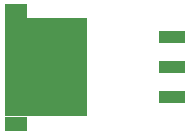
<source format=gbp>
%TF.GenerationSoftware,KiCad,Pcbnew,(5.1.5)-3*%
%TF.CreationDate,2021-01-12T11:59:14+01:00*%
%TF.ProjectId,smart_object_pcb,736d6172-745f-46f6-926a-6563745f7063,rev?*%
%TF.SameCoordinates,Original*%
%TF.FileFunction,Paste,Bot*%
%TF.FilePolarity,Positive*%
%FSLAX46Y46*%
G04 Gerber Fmt 4.6, Leading zero omitted, Abs format (unit mm)*
G04 Created by KiCad (PCBNEW (5.1.5)-3) date 2021-01-12 11:59:14*
%MOMM*%
%LPD*%
G04 APERTURE LIST*
%ADD10R,1.910000X1.235000*%
%ADD11R,7.000000X8.330000*%
%ADD12R,2.160000X1.070000*%
G04 APERTURE END LIST*
D10*
%TO.C,IC2*%
X129588000Y-65080500D03*
X129588000Y-74645500D03*
D11*
X132133000Y-69863000D03*
D12*
X142803000Y-72403000D03*
X142803000Y-69863000D03*
X142803000Y-67323000D03*
%TD*%
M02*

</source>
